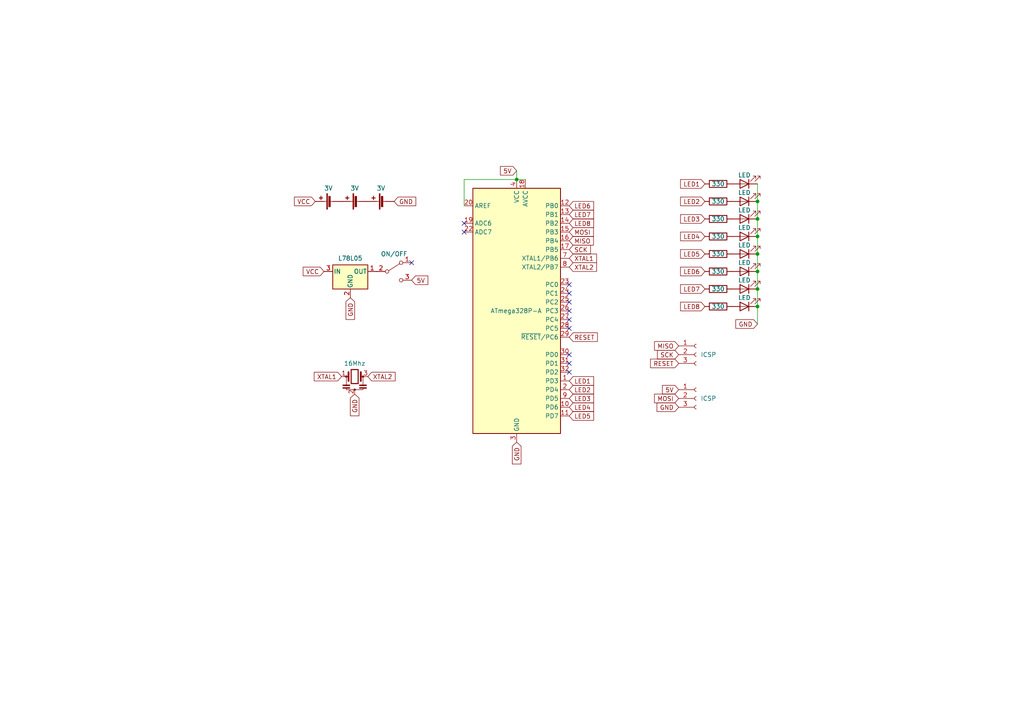
<source format=kicad_sch>
(kicad_sch (version 20211123) (generator eeschema)
  (paper "A4")
  (lib_symbols
    (symbol "Connector:Conn_01x03_Female" (pin_names (offset 1.016) hide)
      (property "Reference" "J" (at 0 5.08 0))
      (property "Value" "Conn_01x03_Female" (at 0 -5.08 0))
      (symbol "Conn_01x03_Female_1_1"
        (arc (start 0 -2.032) (mid -0.508 -2.54) (end 0 -3.048) (stroke (width 0.1524)))
        (polyline (pts (xy -1.27 -2.54) (xy -0.508 -2.54)) (stroke (width 0.1524)))
        (polyline (pts (xy -1.27 0) (xy -0.508 0)) (stroke (width 0.1524)))
        (polyline (pts (xy -1.27 2.54) (xy -0.508 2.54)) (stroke (width 0.1524)))
        (arc (start 0 0.508) (mid -0.508 0) (end 0 -0.508) (stroke (width 0.1524)))
        (arc (start 0 3.048) (mid -0.508 2.54) (end 0 2.032) (stroke (width 0.1524)))
        (pin passive line (at -5.08 2.54 0) (length 3.81) (name "Pin_1") (number "1"))
        (pin passive line (at -5.08 0 0) (length 3.81) (name "Pin_2") (number "2"))
        (pin passive line (at -5.08 -2.54 0) (length 3.81) (name "Pin_3") (number "3"))
      )
    )
    (symbol "Device:Battery_Cell" (pin_numbers hide) (pin_names (offset 0) hide)
      (property "Reference" "BT" (at 2.54 2.54 0))
      (property "Value" "Battery_Cell" (at 2.54 0 0))
      (symbol "Battery_Cell_0_1"
        (rectangle (start -2.286 1.778) (end 2.286 1.524) (fill (type outline)))
        (rectangle (start -1.5748 1.1938) (end 1.4732 0.6858) (fill (type outline)))
        (polyline (pts (xy 0 0.762) (xy 0 0)))
        (polyline (pts (xy 0 1.778) (xy 0 2.54)))
        (polyline (pts (xy 0.508 3.429) (xy 1.524 3.429)) (stroke (width 0.254)))
        (polyline (pts (xy 1.016 3.937) (xy 1.016 2.921)) (stroke (width 0.254)))
      )
      (symbol "Battery_Cell_1_1"
        (pin passive line (at 0 5.08 270) (length 2.54) (name "+") (number "1"))
        (pin passive line (at 0 -2.54 90) (length 2.54) (name "-") (number "2"))
      )
    )
    (symbol "Device:LED" (pin_numbers hide) (pin_names (offset 1.016) hide)
      (property "Reference" "D" (at 0 2.54 0))
      (property "Value" "LED" (at 0 -2.54 0))
      (symbol "LED_0_1"
        (polyline (pts (xy -1.27 -1.27) (xy -1.27 1.27)) (stroke (width 0.254)))
        (polyline (pts (xy -1.27 0) (xy 1.27 0)))
        (polyline (pts (xy 1.27 -1.27) (xy 1.27 1.27) (xy -1.27 0) (xy 1.27 -1.27)) (stroke (width 0.254)))
        (polyline (pts (xy -3.048 -0.762) (xy -4.572 -2.286) (xy -3.81 -2.286) (xy -4.572 -2.286) (xy -4.572 -1.524)))
        (polyline (pts (xy -1.778 -0.762) (xy -3.302 -2.286) (xy -2.54 -2.286) (xy -3.302 -2.286) (xy -3.302 -1.524)))
      )
      (symbol "LED_1_1"
        (pin passive line (at -3.81 0 0) (length 2.54) (name "K") (number "1"))
        (pin passive line (at 3.81 0 180) (length 2.54) (name "A") (number "2"))
      )
    )
    (symbol "Device:R" (pin_numbers hide) (pin_names (offset 0))
      (property "Reference" "R" (at 2.032 0 90))
      (property "Value" "R" (at 0 0 90))
      (symbol "R_0_1"
        (rectangle (start -1.016 -2.54) (end 1.016 2.54) (stroke (width 0.254)))
      )
      (symbol "R_1_1"
        (pin passive line (at 0 3.81 270) (length 1.27) (name "~") (number "1"))
        (pin passive line (at 0 -3.81 90) (length 1.27) (name "~") (number "2"))
      )
    )
    (symbol "Device:Resonator" (pin_names (offset 1.016) hide)
      (property "Reference" "Y" (at 0 5.715 0))
      (property "Value" "Resonator" (at 0 3.81 0))
      (symbol "Resonator_0_1"
        (rectangle (start -3.429 -3.175) (end -1.397 -3.429) (fill (type outline)))
        (rectangle (start -3.429 -2.413) (end -1.397 -2.667) (fill (type outline)))
        (circle (center -2.413 0) (radius 0.254) (fill (type outline)))
        (rectangle (start -1.016 2.032) (end 1.016 -2.032) (stroke (width 0.3048)))
        (circle (center 0 -3.81) (radius 0.254) (fill (type outline)))
        (polyline (pts (xy -2.413 -2.413) (xy -2.413 0)))
        (polyline (pts (xy -1.905 0) (xy -3.175 0)))
        (polyline (pts (xy -1.778 -1.27) (xy -1.778 1.27)) (stroke (width 0.508)))
        (polyline (pts (xy 1.778 -1.27) (xy 1.778 1.27)) (stroke (width 0.508)))
        (polyline (pts (xy 1.905 0) (xy 2.54 0)))
        (polyline (pts (xy 2.413 0) (xy 2.413 -2.54)))
        (polyline (pts (xy 2.413 -3.302) (xy 2.413 -3.81) (xy -2.413 -3.81) (xy -2.413 -3.302)))
        (rectangle (start 1.397 -3.175) (end 3.429 -3.429) (fill (type outline)))
        (rectangle (start 1.397 -2.413) (end 3.429 -2.667) (fill (type outline)))
        (circle (center 2.413 0) (radius 0.254) (fill (type outline)))
      )
      (symbol "Resonator_1_1"
        (pin passive line (at -3.81 0 0) (length 1.27) (name "1") (number "1"))
        (pin passive line (at 0 -5.08 90) (length 1.27) (name "2") (number "2"))
        (pin passive line (at 3.81 0 180) (length 1.27) (name "3") (number "3"))
      )
    )
    (symbol "MCU_Microchip_ATmega:ATmega328P-A"
      (property "Reference" "U" (at -12.7 36.83 0))
      (property "Value" "ATmega328P-A" (at 2.54 -36.83 0))
      (symbol "ATmega328P-A_0_1"
        (rectangle (start -12.7 -35.56) (end 12.7 35.56) (stroke (width 0.254)) (fill (type background)))
      )
      (symbol "ATmega328P-A_1_1"
        (pin bidirectional line (at 15.24 -20.32 180) (length 2.54) (name "PD3") (number "1"))
        (pin bidirectional line (at 15.24 -27.94 180) (length 2.54) (name "PD6") (number "10"))
        (pin bidirectional line (at 15.24 -30.48 180) (length 2.54) (name "PD7") (number "11"))
        (pin bidirectional line (at 15.24 30.48 180) (length 2.54) (name "PB0") (number "12"))
        (pin bidirectional line (at 15.24 27.94 180) (length 2.54) (name "PB1") (number "13"))
        (pin bidirectional line (at 15.24 25.4 180) (length 2.54) (name "PB2") (number "14"))
        (pin bidirectional line (at 15.24 22.86 180) (length 2.54) (name "PB3") (number "15"))
        (pin bidirectional line (at 15.24 20.32 180) (length 2.54) (name "PB4") (number "16"))
        (pin bidirectional line (at 15.24 17.78 180) (length 2.54) (name "PB5") (number "17"))
        (pin power_in line (at 2.54 38.1 270) (length 2.54) (name "AVCC") (number "18"))
        (pin input line (at -15.24 25.4 0) (length 2.54) (name "ADC6") (number "19"))
        (pin bidirectional line (at 15.24 -22.86 180) (length 2.54) (name "PD4") (number "2"))
        (pin passive line (at -15.24 30.48 0) (length 2.54) (name "AREF") (number "20"))
        (pin passive line (at 0 -38.1 90) (length 2.54) hide (name "GND") (number "21"))
        (pin input line (at -15.24 22.86 0) (length 2.54) (name "ADC7") (number "22"))
        (pin bidirectional line (at 15.24 7.62 180) (length 2.54) (name "PC0") (number "23"))
        (pin bidirectional line (at 15.24 5.08 180) (length 2.54) (name "PC1") (number "24"))
        (pin bidirectional line (at 15.24 2.54 180) (length 2.54) (name "PC2") (number "25"))
        (pin bidirectional line (at 15.24 0 180) (length 2.54) (name "PC3") (number "26"))
        (pin bidirectional line (at 15.24 -2.54 180) (length 2.54) (name "PC4") (number "27"))
        (pin bidirectional line (at 15.24 -5.08 180) (length 2.54) (name "PC5") (number "28"))
        (pin bidirectional line (at 15.24 -7.62 180) (length 2.54) (name "~{RESET}/PC6") (number "29"))
        (pin power_in line (at 0 -38.1 90) (length 2.54) (name "GND") (number "3"))
        (pin bidirectional line (at 15.24 -12.7 180) (length 2.54) (name "PD0") (number "30"))
        (pin bidirectional line (at 15.24 -15.24 180) (length 2.54) (name "PD1") (number "31"))
        (pin bidirectional line (at 15.24 -17.78 180) (length 2.54) (name "PD2") (number "32"))
        (pin power_in line (at 0 38.1 270) (length 2.54) (name "VCC") (number "4"))
        (pin passive line (at 0 -38.1 90) (length 2.54) hide (name "GND") (number "5"))
        (pin passive line (at 0 38.1 270) (length 2.54) hide (name "VCC") (number "6"))
        (pin bidirectional line (at 15.24 15.24 180) (length 2.54) (name "XTAL1/PB6") (number "7"))
        (pin bidirectional line (at 15.24 12.7 180) (length 2.54) (name "XTAL2/PB7") (number "8"))
        (pin bidirectional line (at 15.24 -25.4 180) (length 2.54) (name "PD5") (number "9"))
      )
    )
    (symbol "Regulator_Linear:L78L05_SOT89" (pin_names (offset 0.254))
      (property "Reference" "U" (at -3.81 3.175 0))
      (property "Value" "L78L05_SOT89" (at -0.635 3.175 0))
      (symbol "L78L05_SOT89_0_1"
        (rectangle (start -5.08 1.905) (end 5.08 -5.08) (stroke (width 0.254)) (fill (type background)))
      )
      (symbol "L78L05_SOT89_1_1"
        (pin power_out line (at 7.62 0 180) (length 2.54) (name "OUT") (number "1"))
        (pin power_in line (at 0 -7.62 90) (length 2.54) (name "GND") (number "2"))
        (pin power_in line (at -7.62 0 0) (length 2.54) (name "IN") (number "3"))
      )
    )
    (symbol "Switch:SW_SPDT" (pin_names (offset 0) hide)
      (property "Reference" "SW" (at 0 4.318 0))
      (property "Value" "SW_SPDT" (at 0 -5.08 0))
      (symbol "SW_SPDT_0_0"
        (circle (center -2.032 0) (radius 0.508))
        (circle (center 2.032 -2.54) (radius 0.508))
      )
      (symbol "SW_SPDT_0_1"
        (polyline (pts (xy -1.524 0.254) (xy 1.651 2.286)))
        (circle (center 2.032 2.54) (radius 0.508))
      )
      (symbol "SW_SPDT_1_1"
        (pin passive line (at 5.08 2.54 180) (length 2.54) (name "A") (number "1"))
        (pin passive line (at -5.08 0 0) (length 2.54) (name "B") (number "2"))
        (pin passive line (at 5.08 -2.54 180) (length 2.54) (name "C") (number "3"))
      )
    )
  )
  (junction (at 219.71 73.66))
  (junction (at 219.71 78.74))
  (junction (at 219.71 63.5))
  (junction (at 149.86 52.07))
  (junction (at 219.71 58.42))
  (junction (at 219.71 88.9))
  (junction (at 219.71 83.82))
  (junction (at 219.71 68.58))
  (no_connect (at 134.62 64.77))
  (no_connect (at 134.62 67.31))
  (no_connect (at 165.1 102.87))
  (no_connect (at 165.1 105.41))
  (no_connect (at 165.1 107.95))
  (no_connect (at 165.1 82.55))
  (no_connect (at 165.1 85.09))
  (no_connect (at 165.1 87.63))
  (no_connect (at 165.1 95.25))
  (no_connect (at 165.1 92.71))
  (no_connect (at 165.1 90.17))
  (no_connect (at 119.38 76.2))
  (wire (pts (xy 219.71 88.9) (xy 219.71 93.98)))
  (wire (pts (xy 219.71 63.5) (xy 219.71 68.58)))
  (wire (pts (xy 134.62 52.07) (xy 149.86 52.07)))
  (wire (pts (xy 219.71 68.58) (xy 219.71 73.66)))
  (wire (pts (xy 219.71 78.74) (xy 219.71 83.82)))
  (wire (pts (xy 219.71 53.34) (xy 219.71 58.42)))
  (wire (pts (xy 219.71 83.82) (xy 219.71 88.9)))
  (wire (pts (xy 149.86 49.53) (xy 149.86 52.07)))
  (wire (pts (xy 219.71 58.42) (xy 219.71 63.5)))
  (wire (pts (xy 152.4 52.07) (xy 149.86 52.07)))
  (wire (pts (xy 134.62 59.69) (xy 134.62 52.07)))
  (wire (pts (xy 219.71 73.66) (xy 219.71 78.74)))
  (global_label "LED4" (shape input) (at 204.47 68.58 180) (property "Intersheet References" "${INTERSHEET_REFS}" (effects hide)))
  (global_label "LED6" (shape input) (at 165.1 59.69 0) (property "Intersheet References" "${INTERSHEET_REFS}" (effects hide)))
  (global_label "GND" (shape input) (at 149.86 128.27 270) (property "Intersheet References" "${INTERSHEET_REFS}" (effects hide)))
  (global_label "XTAL2" (shape input) (at 165.1 77.47 0) (property "Intersheet References" "${INTERSHEET_REFS}" (effects hide)))
  (global_label "XTAL1" (shape input) (at 165.1 74.93 0) (property "Intersheet References" "${INTERSHEET_REFS}" (effects hide)))
  (global_label "GND" (shape input) (at 196.85 118.11 180) (property "Intersheet References" "${INTERSHEET_REFS}" (effects hide)))
  (global_label "VCC" (shape input) (at 93.98 78.74 180) (property "Intersheet References" "${INTERSHEET_REFS}" (effects hide)))
  (global_label "MISO" (shape input) (at 196.85 100.33 180) (property "Intersheet References" "${INTERSHEET_REFS}" (effects hide)))
  (global_label "GND" (shape input) (at 219.71 93.98 180) (property "Intersheet References" "${INTERSHEET_REFS}" (effects hide)))
  (global_label "LED5" (shape input) (at 165.1 120.65 0) (property "Intersheet References" "${INTERSHEET_REFS}" (effects hide)))
  (global_label "MOSI" (shape input) (at 165.1 67.31 0) (property "Intersheet References" "${INTERSHEET_REFS}" (effects hide)))
  (global_label "MISO" (shape input) (at 165.1 69.85 0) (property "Intersheet References" "${INTERSHEET_REFS}" (effects hide)))
  (global_label "VCC" (shape input) (at 91.44 58.42 180) (property "Intersheet References" "${INTERSHEET_REFS}" (effects hide)))
  (global_label "5V" (shape input) (at 196.85 113.03 180) (property "Intersheet References" "${INTERSHEET_REFS}" (effects hide)))
  (global_label "GND" (shape input) (at 114.3 58.42 0) (property "Intersheet References" "${INTERSHEET_REFS}" (effects hide)))
  (global_label "LED2" (shape input) (at 165.1 113.03 0) (property "Intersheet References" "${INTERSHEET_REFS}" (effects hide)))
  (global_label "MOSI" (shape input) (at 196.85 115.57 180) (property "Intersheet References" "${INTERSHEET_REFS}" (effects hide)))
  (global_label "LED2" (shape input) (at 204.47 58.42 180) (property "Intersheet References" "${INTERSHEET_REFS}" (effects hide)))
  (global_label "SCK" (shape input) (at 196.85 102.87 180) (property "Intersheet References" "${INTERSHEET_REFS}" (effects hide)))
  (global_label "RESET" (shape input) (at 196.85 105.41 180) (property "Intersheet References" "${INTERSHEET_REFS}" (effects hide)))
  (global_label "LED8" (shape input) (at 204.47 88.9 180) (property "Intersheet References" "${INTERSHEET_REFS}" (effects hide)))
  (global_label "RESET" (shape input) (at 165.1 97.79 0) (property "Intersheet References" "${INTERSHEET_REFS}" (effects hide)))
  (global_label "LED6" (shape input) (at 204.47 78.74 180) (property "Intersheet References" "${INTERSHEET_REFS}" (effects hide)))
  (global_label "LED3" (shape input) (at 165.1 115.57 0) (property "Intersheet References" "${INTERSHEET_REFS}" (effects hide)))
  (global_label "LED8" (shape input) (at 165.1 64.77 0) (property "Intersheet References" "${INTERSHEET_REFS}" (effects hide)))
  (global_label "LED5" (shape input) (at 204.47 73.66 180) (property "Intersheet References" "${INTERSHEET_REFS}" (effects hide)))
  (global_label "LED3" (shape input) (at 204.47 63.5 180) (property "Intersheet References" "${INTERSHEET_REFS}" (effects hide)))
  (global_label "SCK" (shape input) (at 165.1 72.39 0) (property "Intersheet References" "${INTERSHEET_REFS}" (effects hide)))
  (global_label "LED7" (shape input) (at 204.47 83.82 180) (property "Intersheet References" "${INTERSHEET_REFS}" (effects hide)))
  (global_label "GND" (shape input) (at 101.6 86.36 270) (property "Intersheet References" "${INTERSHEET_REFS}" (effects hide)))
  (global_label "5V" (shape input) (at 149.86 49.53 180) (property "Intersheet References" "${INTERSHEET_REFS}" (effects hide)))
  (global_label "LED1" (shape input) (at 204.47 53.34 180) (property "Intersheet References" "${INTERSHEET_REFS}" (effects hide)))
  (global_label "5V" (shape input) (at 119.38 81.28 0) (property "Intersheet References" "${INTERSHEET_REFS}" (effects hide)))
  (global_label "LED1" (shape input) (at 165.1 110.49 0) (property "Intersheet References" "${INTERSHEET_REFS}" (effects hide)))
  (global_label "LED7" (shape input) (at 165.1 62.23 0) (property "Intersheet References" "${INTERSHEET_REFS}" (effects hide)))
  (global_label "LED4" (shape input) (at 165.1 118.11 0) (property "Intersheet References" "${INTERSHEET_REFS}" (effects hide)))
  (global_label "XTAL2" (shape input) (at 106.68 109.22 0) (property "Intersheet References" "${INTERSHEET_REFS}" (effects hide)))
  (global_label "GND" (shape input) (at 102.87 114.3 270) (property "Intersheet References" "${INTERSHEET_REFS}" (effects hide)))
  (global_label "XTAL1" (shape input) (at 99.06 109.22 180) (property "Intersheet References" "${INTERSHEET_REFS}" (effects hide)))
  (symbol (lib_id "Device:R") (at 208.28 73.66 90) (unit 1)
    (property "Reference" "R5" (effects hide))
    (property "Value" "330" (at 208.28 73.66 90))
    (property "Footprint" "Resistor_SMD:R_0805_2012Metric_Pad1.20x1.40mm_HandSolder" (effects hide))
  )
  (symbol (lib_id "Device:LED") (at 215.9 68.58 180) (unit 1)
    (property "Reference" "D4" (effects hide))
    (property "Value" "LED" (at 215.9 66.04 0))
    (property "Footprint" "LED_SMD:LED_0805_2012Metric_Pad1.15x1.40mm_HandSolder" (effects hide))
  )
  (symbol (lib_id "Device:Battery_Cell") (at 111.76 58.42 90) (unit 1)
    (property "Reference" "BT3" (effects hide))
    (property "Value" "3V" (at 111.76 54.61 90) (effects (justify left)))
    (property "Footprint" "Battery:BatteryHolder_Keystone_3034_1x20mm" (effects hide))
  )
  (symbol (lib_id "Device:LED") (at 215.9 63.5 180) (unit 1)
    (property "Reference" "D3" (effects hide))
    (property "Value" "LED" (at 215.9 60.96 0))
    (property "Footprint" "LED_SMD:LED_0805_2012Metric_Pad1.15x1.40mm_HandSolder" (effects hide))
  )
  (symbol (lib_id "Device:LED") (at 215.9 88.9 180) (unit 1)
    (property "Reference" "D8" (effects hide))
    (property "Value" "LED" (at 215.9 86.36 0))
    (property "Footprint" "LED_SMD:LED_0805_2012Metric_Pad1.15x1.40mm_HandSolder" (effects hide))
  )
  (symbol (lib_id "Device:Battery_Cell") (at 104.14 58.42 90) (unit 1)
    (property "Reference" "BT2" (effects hide))
    (property "Value" "3V" (at 104.14 54.61 90) (effects (justify left)))
    (property "Footprint" "Battery:BatteryHolder_Keystone_3034_1x20mm" (effects hide))
  )
  (symbol (lib_id "Device:LED") (at 215.9 78.74 180) (unit 1)
    (property "Reference" "D6" (effects hide))
    (property "Value" "LED" (at 215.9 76.2 0))
    (property "Footprint" "LED_SMD:LED_0805_2012Metric_Pad1.15x1.40mm_HandSolder" (effects hide))
  )
  (symbol (lib_id "Device:R") (at 208.28 68.58 90) (unit 1)
    (property "Reference" "R4" (effects hide))
    (property "Value" "330" (at 208.28 68.58 90))
    (property "Footprint" "Resistor_SMD:R_0805_2012Metric_Pad1.20x1.40mm_HandSolder" (effects hide))
  )
  (symbol (lib_id "Connector:Conn_01x03_Female") (at 201.93 115.57 0) (unit 1)
    (property "Reference" "J2" (effects hide))
    (property "Value" "ICSP" (at 203.2 115.5699 0) (effects (justify left)))
    (property "Footprint" "Connector_PinHeader_2.54mm:PinHeader_1x03_P2.54mm_Vertical" (effects hide))
  )
  (symbol (lib_id "Device:LED") (at 215.9 83.82 180) (unit 1)
    (property "Reference" "D7" (effects hide))
    (property "Value" "LED" (at 215.9 81.28 0))
    (property "Footprint" "LED_SMD:LED_0805_2012Metric_Pad1.15x1.40mm_HandSolder" (effects hide))
  )
  (symbol (lib_id "Device:R") (at 208.28 63.5 90) (unit 1)
    (property "Reference" "R3" (effects hide))
    (property "Value" "330" (at 208.28 63.5 90))
    (property "Footprint" "Resistor_SMD:R_0805_2012Metric_Pad1.20x1.40mm_HandSolder" (effects hide))
  )
  (symbol (lib_id "Device:Resonator") (at 102.87 109.22 0) (unit 1)
    (property "Reference" "Y1" (effects hide))
    (property "Value" "16Mhz" (at 102.87 105.41 0))
    (property "Footprint" "Crystal:Resonator_SMD_Murata_CSTxExxV-3Pin_3.0x1.1mm_HandSoldering" (effects hide))
  )
  (symbol (lib_id "Device:LED") (at 215.9 73.66 180) (unit 1)
    (property "Reference" "D5" (effects hide))
    (property "Value" "LED" (at 215.9 71.12 0))
    (property "Footprint" "LED_SMD:LED_0805_2012Metric_Pad1.15x1.40mm_HandSolder" (effects hide))
  )
  (symbol (lib_id "MCU_Microchip_ATmega:ATmega328P-A") (at 149.86 90.17 0) (unit 1)
    (property "Reference" "U1" (effects hide))
    (property "Value" "ATmega328P-A" (at 142.24 90.17 0) (effects (justify left)))
    (property "Footprint" "Package_QFP:TQFP-32_7x7mm_P0.8mm" (effects hide))
    (property "Datasheet" "http://ww1.microchip.com/downloads/en/DeviceDoc/ATmega328_P%20AVR%20MCU%20with%20picoPower%20Technology%20Data%20Sheet%2040001984A.pdf" (effects hide))
  )
  (symbol (lib_id "Switch:SW_SPDT") (at 114.3 78.74 0) (unit 1)
    (property "Reference" "SW1" (effects hide))
    (property "Value" "ON/OFF" (at 114.3 73.66 0))
    (property "Footprint" "Button_Switch_SMD:SW_SPDT_PCM12" (effects hide))
  )
  (symbol (lib_id "Device:R") (at 208.28 58.42 90) (unit 1)
    (property "Reference" "R2" (effects hide))
    (property "Value" "330" (at 208.28 58.42 90))
    (property "Footprint" "Resistor_SMD:R_0805_2012Metric_Pad1.20x1.40mm_HandSolder" (effects hide))
  )
  (symbol (lib_id "Device:R") (at 208.28 78.74 90) (unit 1)
    (property "Reference" "R6" (effects hide))
    (property "Value" "330" (at 208.28 78.74 90))
    (property "Footprint" "Resistor_SMD:R_0805_2012Metric_Pad1.20x1.40mm_HandSolder" (effects hide))
  )
  (symbol (lib_id "Connector:Conn_01x03_Female") (at 201.93 102.87 0) (unit 1)
    (property "Reference" "J1" (effects hide))
    (property "Value" "ICSP" (at 203.2 102.8699 0) (effects (justify left)))
    (property "Footprint" "Connector_PinHeader_2.54mm:PinHeader_1x03_P2.54mm_Vertical" (effects hide))
  )
  (symbol (lib_id "Regulator_Linear:L78L05_SOT89") (at 101.6 78.74 0) (unit 1)
    (property "Reference" "U2" (effects hide))
    (property "Value" "L78L05" (at 101.6 74.93 0))
    (property "Footprint" "Package_TO_SOT_SMD:SOT-89-3" (effects hide))
    (property "Datasheet" "http://www.st.com/content/ccc/resource/technical/document/datasheet/15/55/e5/aa/23/5b/43/fd/CD00000446.pdf/files/CD00000446.pdf/jcr:content/translations/en.CD00000446.pdf" (effects hide))
  )
  (symbol (lib_id "Device:LED") (at 215.9 53.34 180) (unit 1)
    (property "Reference" "D1" (effects hide))
    (property "Value" "LED" (at 215.9 50.8 0))
    (property "Footprint" "LED_SMD:LED_0805_2012Metric_Pad1.15x1.40mm_HandSolder" (effects hide))
  )
  (symbol (lib_id "Device:R") (at 208.28 83.82 90) (unit 1)
    (property "Reference" "R7" (effects hide))
    (property "Value" "330" (at 208.28 83.82 90))
    (property "Footprint" "Resistor_SMD:R_0805_2012Metric_Pad1.20x1.40mm_HandSolder" (effects hide))
  )
  (symbol (lib_id "Device:R") (at 208.28 53.34 90) (unit 1)
    (property "Reference" "R1" (effects hide))
    (property "Value" "330" (at 208.28 53.34 90))
    (property "Footprint" "Resistor_SMD:R_0805_2012Metric_Pad1.20x1.40mm_HandSolder" (effects hide))
  )
  (symbol (lib_id "Device:LED") (at 215.9 58.42 180) (unit 1)
    (property "Reference" "D2" (effects hide))
    (property "Value" "LED" (at 215.9 55.88 0))
    (property "Footprint" "LED_SMD:LED_0805_2012Metric_Pad1.15x1.40mm_HandSolder" (effects hide))
  )
  (symbol (lib_id "Device:Battery_Cell") (at 96.52 58.42 90) (unit 1)
    (property "Reference" "BT1" (effects hide))
    (property "Value" "3V" (at 96.52 54.61 90) (effects (justify left)))
    (property "Footprint" "Battery:BatteryHolder_Keystone_3034_1x20mm" (effects hide))
  )
  (symbol (lib_id "Device:R") (at 208.28 88.9 90) (unit 1)
    (property "Reference" "R8" (effects hide))
    (property "Value" "330" (at 208.28 88.9 90))
    (property "Footprint" "Resistor_SMD:R_0805_2012Metric_Pad1.20x1.40mm_HandSolder" (effects hide))
  )
)
</source>
